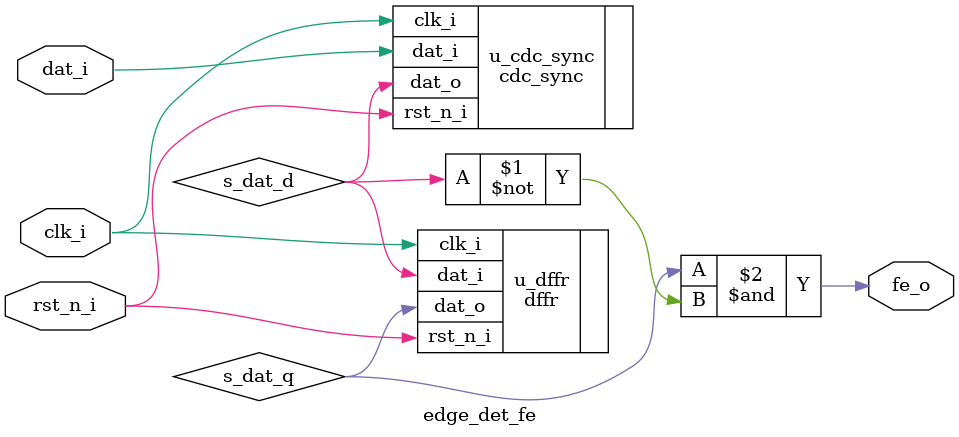
<source format=sv>

`ifndef INC_EDGE_DET_SV
`define INC_EDGE_DET_SV

`include "register.sv"
`include "cdc_sync.sv"

module edge_det #(
    parameter int STAGE      = 2,
    parameter int DATA_WIDTH = 1
) (
    input  logic                  clk_i,
    input  logic                  rst_n_i,
    input  logic [DATA_WIDTH-1:0] dat_i,
    output logic [DATA_WIDTH-1:0] dat_o,
    output logic [DATA_WIDTH-1:0] re_o,
    output logic [DATA_WIDTH-1:0] fe_o
);

  logic [DATA_WIDTH-1:0] s_dat_d, s_dat_q;
  assign dat_o = s_dat_q;
  cdc_sync #(STAGE, DATA_WIDTH) u_cdc_sync (
      .clk_i  (clk_i),
      .rst_n_i(rst_n_i),
      .dat_i  (dat_i),
      .dat_o  (s_dat_d)
  );

  dffr #(DATA_WIDTH) u_dffr (
      .clk_i  (clk_i),
      .rst_n_i(rst_n_i),
      .dat_i  (s_dat_d),
      .dat_o  (s_dat_q)
  );

  assign re_o = (~s_dat_q) & s_dat_d;
  assign fe_o = s_dat_q & (~s_dat_d);
endmodule

module edge_det_re #(
    parameter int STAGE      = 2,
    parameter int DATA_WIDTH = 1
) (
    input  logic                  clk_i,
    input  logic                  rst_n_i,
    input  logic [DATA_WIDTH-1:0] dat_i,
    output logic [DATA_WIDTH-1:0] re_o
);

  logic [DATA_WIDTH-1:0] s_dat_d, s_dat_q;
  cdc_sync #(STAGE, DATA_WIDTH) u_cdc_sync (
      .clk_i  (clk_i),
      .rst_n_i(rst_n_i),
      .dat_i  (dat_i),
      .dat_o  (s_dat_d)
  );

  dffr #(DATA_WIDTH) u_dffr (
      .clk_i  (clk_i),
      .rst_n_i(rst_n_i),
      .dat_i  (s_dat_d),
      .dat_o  (s_dat_q)
  );

  assign re_o = (~s_dat_q) & s_dat_d;
endmodule


module edge_det_fe #(
    parameter int STAGE      = 2,
    parameter int DATA_WIDTH = 1
) (
    input  logic                  clk_i,
    input  logic                  rst_n_i,
    input  logic [DATA_WIDTH-1:0] dat_i,
    output logic [DATA_WIDTH-1:0] fe_o
);

  logic [DATA_WIDTH-1:0] s_dat_d, s_dat_q;
  cdc_sync #(STAGE, DATA_WIDTH) u_cdc_sync (
      .clk_i  (clk_i),
      .rst_n_i(rst_n_i),
      .dat_i  (dat_i),
      .dat_o  (s_dat_d)
  );

  dffr #(DATA_WIDTH) u_dffr (
      .clk_i  (clk_i),
      .rst_n_i(rst_n_i),
      .dat_i  (s_dat_d),
      .dat_o  (s_dat_q)
  );

  assign fe_o = s_dat_q & (~s_dat_d);
endmodule
`endif

</source>
